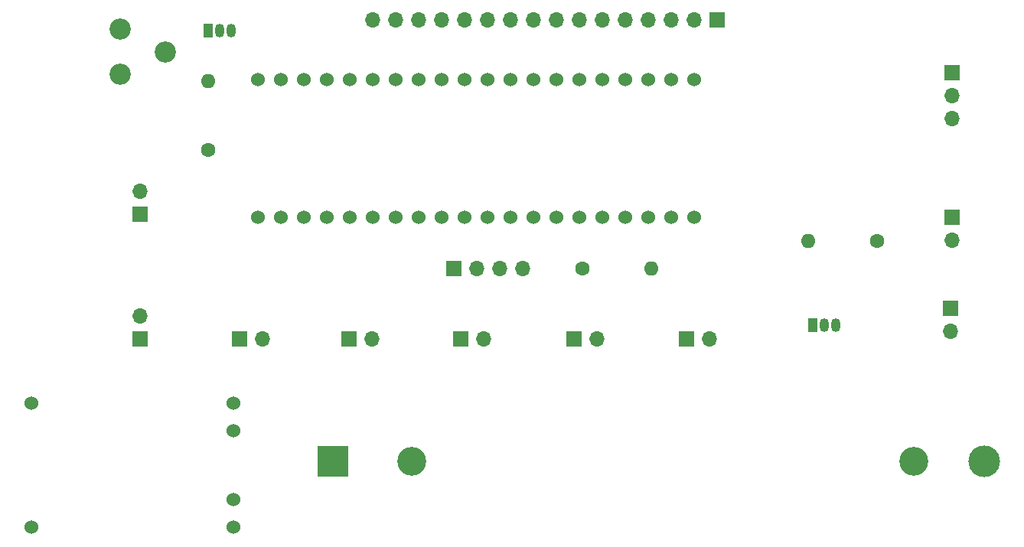
<source format=gbr>
%TF.GenerationSoftware,KiCad,Pcbnew,6.0.1*%
%TF.CreationDate,2022-09-08T21:04:13-04:00*%
%TF.ProjectId,Shot-Timer,53686f74-2d54-4696-9d65-722e6b696361,rev?*%
%TF.SameCoordinates,Original*%
%TF.FileFunction,Soldermask,Bot*%
%TF.FilePolarity,Negative*%
%FSLAX46Y46*%
G04 Gerber Fmt 4.6, Leading zero omitted, Abs format (unit mm)*
G04 Created by KiCad (PCBNEW 6.0.1) date 2022-09-08 21:04:13*
%MOMM*%
%LPD*%
G01*
G04 APERTURE LIST*
%ADD10C,3.200000*%
%ADD11R,3.500000X3.500000*%
%ADD12C,3.500000*%
%ADD13R,1.700000X1.700000*%
%ADD14O,1.700000X1.700000*%
%ADD15C,1.524000*%
%ADD16R,1.050000X1.500000*%
%ADD17O,1.050000X1.500000*%
%ADD18C,1.600000*%
%ADD19O,1.600000X1.600000*%
%ADD20C,2.340000*%
G04 APERTURE END LIST*
D10*
%TO.C,BT1*%
X134359000Y-112776000D03*
X78749000Y-112776000D03*
D11*
X70104000Y-112776000D03*
D12*
X142104000Y-112776000D03*
%TD*%
D13*
%TO.C,SW5*%
X109225000Y-99250000D03*
D14*
X111765000Y-99250000D03*
%TD*%
D13*
%TO.C,SW6*%
X48750000Y-85500000D03*
D14*
X48750000Y-82960000D03*
%TD*%
D13*
%TO.C,SW3*%
X84250000Y-99250000D03*
D14*
X86790000Y-99250000D03*
%TD*%
D13*
%TO.C,DS1*%
X112550000Y-64000000D03*
D14*
X110010000Y-64000000D03*
X107470000Y-64000000D03*
X104930000Y-64000000D03*
X102390000Y-64000000D03*
X99850000Y-64000000D03*
X97310000Y-64000000D03*
X94770000Y-64000000D03*
X92230000Y-64000000D03*
X89690000Y-64000000D03*
X87150000Y-64000000D03*
X84610000Y-64000000D03*
X82070000Y-64000000D03*
X79530000Y-64000000D03*
X76990000Y-64000000D03*
X74450000Y-64000000D03*
%TD*%
D13*
%TO.C,SW1*%
X59725000Y-99250000D03*
D14*
X62265000Y-99250000D03*
%TD*%
D13*
%TO.C,SW7*%
X48750000Y-99275000D03*
D14*
X48750000Y-96735000D03*
%TD*%
D15*
%TO.C,U1*%
X110055000Y-85775000D03*
X66875000Y-70535000D03*
X104975000Y-85775000D03*
X61795000Y-70535000D03*
X107515000Y-85775000D03*
X64335000Y-70535000D03*
X69415000Y-70535000D03*
X99895000Y-70535000D03*
X97355000Y-70535000D03*
X94815000Y-70535000D03*
X92275000Y-70535000D03*
X89735000Y-70535000D03*
X87195000Y-70535000D03*
X84655000Y-70535000D03*
X82115000Y-70535000D03*
X71955000Y-85775000D03*
X74495000Y-85775000D03*
X77035000Y-85775000D03*
X79575000Y-85775000D03*
X82115000Y-85775000D03*
X84655000Y-85775000D03*
X79575000Y-70535000D03*
X77035000Y-70535000D03*
X87195000Y-85775000D03*
X89735000Y-85775000D03*
X92275000Y-85775000D03*
X94815000Y-85775000D03*
X97355000Y-85775000D03*
X99895000Y-85775000D03*
X102435000Y-85775000D03*
X74495000Y-70535000D03*
X71955000Y-70535000D03*
X61795000Y-85775000D03*
X64335000Y-85775000D03*
X66875000Y-85775000D03*
X69415000Y-85775000D03*
X107515000Y-70535000D03*
X104975000Y-70535000D03*
X102435000Y-70535000D03*
X110055000Y-70535000D03*
%TD*%
D13*
%TO.C,U3*%
X138565000Y-69760000D03*
D14*
X138565000Y-72300000D03*
X138565000Y-74840000D03*
%TD*%
D13*
%TO.C,D1*%
X138565000Y-85785000D03*
D14*
X138565000Y-88325000D03*
%TD*%
D13*
%TO.C,J1*%
X83450000Y-91500000D03*
D14*
X85990000Y-91500000D03*
X88530000Y-91500000D03*
X91070000Y-91500000D03*
%TD*%
D16*
%TO.C,Q1*%
X56230000Y-65110000D03*
D17*
X57500000Y-65110000D03*
X58770000Y-65110000D03*
%TD*%
D13*
%TO.C,SW4*%
X96725000Y-99250000D03*
D14*
X99265000Y-99250000D03*
%TD*%
D18*
%TO.C,R2*%
X97690000Y-91500000D03*
D19*
X105310000Y-91500000D03*
%TD*%
D18*
%TO.C,R1*%
X56250000Y-78310000D03*
D19*
X56250000Y-70690000D03*
%TD*%
D18*
%TO.C,R3*%
X130235000Y-88405000D03*
D19*
X122615000Y-88405000D03*
%TD*%
D13*
%TO.C,BZ1*%
X138390000Y-95855000D03*
D14*
X138390000Y-98395000D03*
%TD*%
D13*
%TO.C,SW2*%
X71865000Y-99250000D03*
D14*
X74405000Y-99250000D03*
%TD*%
D15*
%TO.C,U2*%
X36701000Y-106372000D03*
X36701000Y-120088000D03*
X59053000Y-120088000D03*
X59053000Y-117040000D03*
X59053000Y-109420000D03*
X59053000Y-106372000D03*
%TD*%
D20*
%TO.C,RV1*%
X46549000Y-65007000D03*
X51549000Y-67507000D03*
X46549000Y-70007000D03*
%TD*%
D16*
%TO.C,Q2*%
X123120000Y-97740000D03*
D17*
X124390000Y-97740000D03*
X125660000Y-97740000D03*
%TD*%
M02*

</source>
